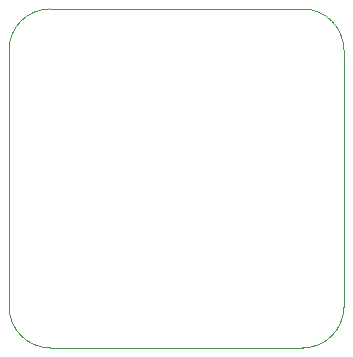
<source format=gm1>
G04 #@! TF.GenerationSoftware,KiCad,Pcbnew,8.0.3*
G04 #@! TF.CreationDate,2024-06-06T22:58:07+02:00*
G04 #@! TF.ProjectId,ESP32-C3,45535033-322d-4433-932e-6b696361645f,rev?*
G04 #@! TF.SameCoordinates,Original*
G04 #@! TF.FileFunction,Profile,NP*
%FSLAX46Y46*%
G04 Gerber Fmt 4.6, Leading zero omitted, Abs format (unit mm)*
G04 Created by KiCad (PCBNEW 8.0.3) date 2024-06-06 22:58:07*
%MOMM*%
%LPD*%
G01*
G04 APERTURE LIST*
G04 #@! TA.AperFunction,Profile*
%ADD10C,0.100000*%
G04 #@! TD*
G04 APERTURE END LIST*
D10*
X32868560Y12525126D02*
X32874874Y-9200000D01*
X57736327Y16000000D02*
X36343434Y16000000D01*
X57736632Y15999951D02*
G75*
G02*
X61211506Y12507351I-32J-3474951D01*
G01*
X36374874Y-12700000D02*
G75*
G02*
X32874900Y-9200000I26J3500000D01*
G01*
X36374874Y-12700000D02*
X57725137Y-12700000D01*
X61211461Y12507351D02*
X61217737Y-9225171D01*
X61217737Y-9225171D02*
G75*
G02*
X57725137Y-12700092I-3474937J-29D01*
G01*
X32868560Y12525126D02*
G75*
G02*
X36343434Y15999940I3474840J-26D01*
G01*
M02*

</source>
